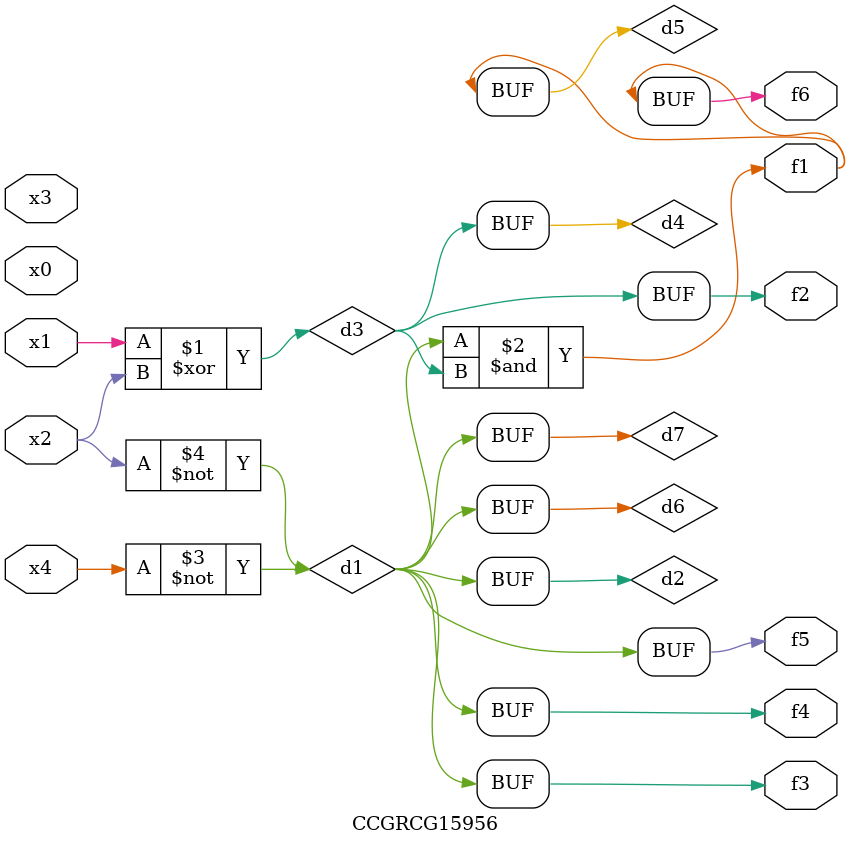
<source format=v>
module CCGRCG15956(
	input x0, x1, x2, x3, x4,
	output f1, f2, f3, f4, f5, f6
);

	wire d1, d2, d3, d4, d5, d6, d7;

	not (d1, x4);
	not (d2, x2);
	xor (d3, x1, x2);
	buf (d4, d3);
	and (d5, d1, d3);
	buf (d6, d1, d2);
	buf (d7, d2);
	assign f1 = d5;
	assign f2 = d4;
	assign f3 = d7;
	assign f4 = d7;
	assign f5 = d7;
	assign f6 = d5;
endmodule

</source>
